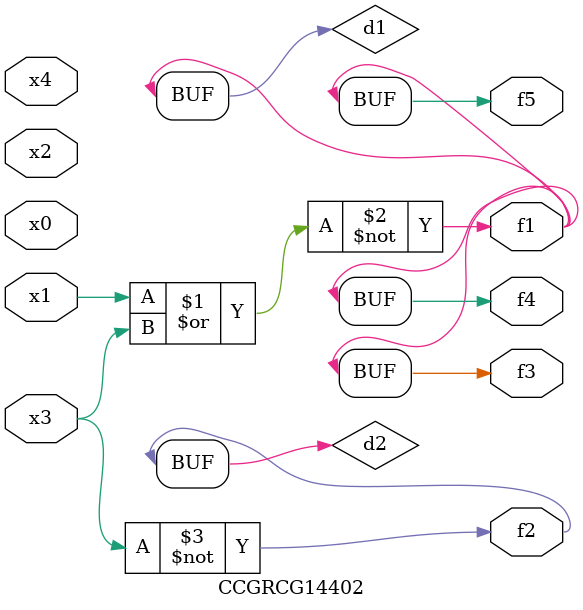
<source format=v>
module CCGRCG14402(
	input x0, x1, x2, x3, x4,
	output f1, f2, f3, f4, f5
);

	wire d1, d2;

	nor (d1, x1, x3);
	not (d2, x3);
	assign f1 = d1;
	assign f2 = d2;
	assign f3 = d1;
	assign f4 = d1;
	assign f5 = d1;
endmodule

</source>
